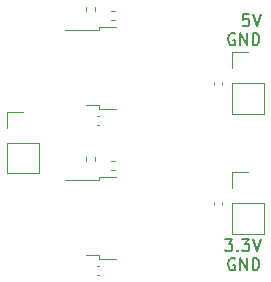
<source format=gbr>
%TF.GenerationSoftware,KiCad,Pcbnew,6.0.2+dfsg-1*%
%TF.CreationDate,2023-01-01T10:44:38-05:00*%
%TF.ProjectId,LM317,4c4d3331-372e-46b6-9963-61645f706362,rev?*%
%TF.SameCoordinates,Original*%
%TF.FileFunction,Legend,Top*%
%TF.FilePolarity,Positive*%
%FSLAX46Y46*%
G04 Gerber Fmt 4.6, Leading zero omitted, Abs format (unit mm)*
G04 Created by KiCad (PCBNEW 6.0.2+dfsg-1) date 2023-01-01 10:44:38*
%MOMM*%
%LPD*%
G01*
G04 APERTURE LIST*
%ADD10C,0.150000*%
%ADD11C,0.120000*%
G04 APERTURE END LIST*
D10*
X102217261Y-70402380D02*
X102836309Y-70402380D01*
X102502976Y-70783333D01*
X102645833Y-70783333D01*
X102741071Y-70830952D01*
X102788690Y-70878571D01*
X102836309Y-70973809D01*
X102836309Y-71211904D01*
X102788690Y-71307142D01*
X102741071Y-71354761D01*
X102645833Y-71402380D01*
X102360119Y-71402380D01*
X102264880Y-71354761D01*
X102217261Y-71307142D01*
X103264880Y-71307142D02*
X103312500Y-71354761D01*
X103264880Y-71402380D01*
X103217261Y-71354761D01*
X103264880Y-71307142D01*
X103264880Y-71402380D01*
X103645833Y-70402380D02*
X104264880Y-70402380D01*
X103931547Y-70783333D01*
X104074404Y-70783333D01*
X104169642Y-70830952D01*
X104217261Y-70878571D01*
X104264880Y-70973809D01*
X104264880Y-71211904D01*
X104217261Y-71307142D01*
X104169642Y-71354761D01*
X104074404Y-71402380D01*
X103788690Y-71402380D01*
X103693452Y-71354761D01*
X103645833Y-71307142D01*
X104550595Y-70402380D02*
X104883928Y-71402380D01*
X105217261Y-70402380D01*
X103026785Y-72060000D02*
X102931547Y-72012380D01*
X102788690Y-72012380D01*
X102645833Y-72060000D01*
X102550595Y-72155238D01*
X102502976Y-72250476D01*
X102455357Y-72440952D01*
X102455357Y-72583809D01*
X102502976Y-72774285D01*
X102550595Y-72869523D01*
X102645833Y-72964761D01*
X102788690Y-73012380D01*
X102883928Y-73012380D01*
X103026785Y-72964761D01*
X103074404Y-72917142D01*
X103074404Y-72583809D01*
X102883928Y-72583809D01*
X103502976Y-73012380D02*
X103502976Y-72012380D01*
X104074404Y-73012380D01*
X104074404Y-72012380D01*
X104550595Y-73012380D02*
X104550595Y-72012380D01*
X104788690Y-72012380D01*
X104931547Y-72060000D01*
X105026785Y-72155238D01*
X105074404Y-72250476D01*
X105122023Y-72440952D01*
X105122023Y-72583809D01*
X105074404Y-72774285D01*
X105026785Y-72869523D01*
X104931547Y-72964761D01*
X104788690Y-73012380D01*
X104550595Y-73012380D01*
X104217261Y-51352380D02*
X103741071Y-51352380D01*
X103693452Y-51828571D01*
X103741071Y-51780952D01*
X103836309Y-51733333D01*
X104074404Y-51733333D01*
X104169642Y-51780952D01*
X104217261Y-51828571D01*
X104264880Y-51923809D01*
X104264880Y-52161904D01*
X104217261Y-52257142D01*
X104169642Y-52304761D01*
X104074404Y-52352380D01*
X103836309Y-52352380D01*
X103741071Y-52304761D01*
X103693452Y-52257142D01*
X104550595Y-51352380D02*
X104883928Y-52352380D01*
X105217261Y-51352380D01*
X103026785Y-53010000D02*
X102931547Y-52962380D01*
X102788690Y-52962380D01*
X102645833Y-53010000D01*
X102550595Y-53105238D01*
X102502976Y-53200476D01*
X102455357Y-53390952D01*
X102455357Y-53533809D01*
X102502976Y-53724285D01*
X102550595Y-53819523D01*
X102645833Y-53914761D01*
X102788690Y-53962380D01*
X102883928Y-53962380D01*
X103026785Y-53914761D01*
X103074404Y-53867142D01*
X103074404Y-53533809D01*
X102883928Y-53533809D01*
X103502976Y-53962380D02*
X103502976Y-52962380D01*
X104074404Y-53962380D01*
X104074404Y-52962380D01*
X104550595Y-53962380D02*
X104550595Y-52962380D01*
X104788690Y-52962380D01*
X104931547Y-53010000D01*
X105026785Y-53105238D01*
X105074404Y-53200476D01*
X105122023Y-53390952D01*
X105122023Y-53533809D01*
X105074404Y-53724285D01*
X105026785Y-53819523D01*
X104931547Y-53914761D01*
X104788690Y-53962380D01*
X104550595Y-53962380D01*
D11*
%TO.C,U2*%
X93010000Y-65130000D02*
X91510000Y-65130000D01*
X91510000Y-65400000D02*
X88680000Y-65400000D01*
X91510000Y-71760000D02*
X90410000Y-71760000D01*
X93010000Y-72030000D02*
X91510000Y-72030000D01*
X91510000Y-65130000D02*
X91510000Y-65400000D01*
X91510000Y-72030000D02*
X91510000Y-71760000D01*
%TO.C,R4*%
X90425000Y-63778641D02*
X90425000Y-63471359D01*
X91185000Y-63778641D02*
X91185000Y-63471359D01*
%TO.C,R3*%
X92863641Y-64515000D02*
X92556359Y-64515000D01*
X92863641Y-63755000D02*
X92556359Y-63755000D01*
%TO.C,J3*%
X102810000Y-66040000D02*
X102810000Y-64710000D01*
X102810000Y-69910000D02*
X105470000Y-69910000D01*
X102810000Y-67310000D02*
X102810000Y-69910000D01*
X102810000Y-67310000D02*
X105470000Y-67310000D01*
X102810000Y-64710000D02*
X104140000Y-64710000D01*
X105470000Y-67310000D02*
X105470000Y-69910000D01*
%TO.C,C4*%
X101240000Y-67202164D02*
X101240000Y-67417836D01*
X101960000Y-67202164D02*
X101960000Y-67417836D01*
%TO.C,C3*%
X91332164Y-73385000D02*
X91547836Y-73385000D01*
X91332164Y-72665000D02*
X91547836Y-72665000D01*
%TO.C,U1*%
X93010000Y-52430000D02*
X91510000Y-52430000D01*
X91510000Y-52700000D02*
X88680000Y-52700000D01*
X91510000Y-59060000D02*
X90410000Y-59060000D01*
X93010000Y-59330000D02*
X91510000Y-59330000D01*
X91510000Y-52430000D02*
X91510000Y-52700000D01*
X91510000Y-59330000D02*
X91510000Y-59060000D01*
%TO.C,R2*%
X90425000Y-51078641D02*
X90425000Y-50771359D01*
X91185000Y-51078641D02*
X91185000Y-50771359D01*
%TO.C,R1*%
X92863641Y-51815000D02*
X92556359Y-51815000D01*
X92863641Y-51055000D02*
X92556359Y-51055000D01*
%TO.C,J2*%
X102810000Y-55880000D02*
X102810000Y-54550000D01*
X102810000Y-59750000D02*
X105470000Y-59750000D01*
X102810000Y-57150000D02*
X102810000Y-59750000D01*
X102810000Y-57150000D02*
X105470000Y-57150000D01*
X102810000Y-54550000D02*
X104140000Y-54550000D01*
X105470000Y-57150000D02*
X105470000Y-59750000D01*
%TO.C,J1*%
X83760000Y-60955000D02*
X83760000Y-59625000D01*
X83760000Y-64825000D02*
X86420000Y-64825000D01*
X83760000Y-62225000D02*
X83760000Y-64825000D01*
X83760000Y-62225000D02*
X86420000Y-62225000D01*
X83760000Y-59625000D02*
X85090000Y-59625000D01*
X86420000Y-62225000D02*
X86420000Y-64825000D01*
%TO.C,C2*%
X101240000Y-57042164D02*
X101240000Y-57257836D01*
X101960000Y-57042164D02*
X101960000Y-57257836D01*
%TO.C,C1*%
X91332164Y-60685000D02*
X91547836Y-60685000D01*
X91332164Y-59965000D02*
X91547836Y-59965000D01*
%TD*%
M02*

</source>
